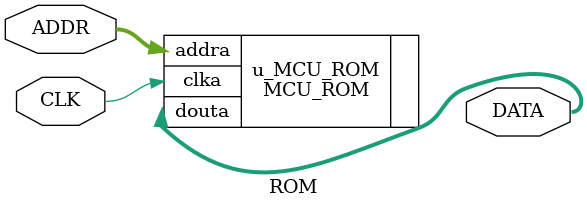
<source format=v>

module ROM #(
  parameter ROMBaseAddr = 0,
  parameter ROMHighAddr = 256
)(
  input CLK,

  //BUS signals
  output [7:0] DATA,
  input [7:0] ADDR
);  

MCU_ROM u_MCU_ROM(
  .clka(CLK),
  .addra(ADDR),
  .douta(DATA)
);

endmodule 
</source>
